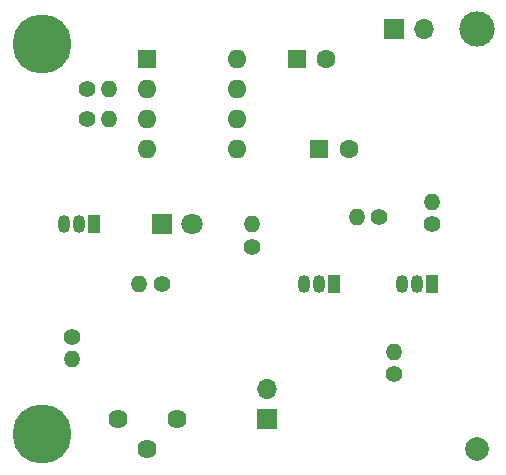
<source format=gbr>
%TF.GenerationSoftware,KiCad,Pcbnew,(5.1.9-0-10_14)*%
%TF.CreationDate,2021-04-03T15:31:47+02:00*%
%TF.ProjectId,full_circuit,66756c6c-5f63-4697-9263-7569742e6b69,rev?*%
%TF.SameCoordinates,Original*%
%TF.FileFunction,Soldermask,Bot*%
%TF.FilePolarity,Negative*%
%FSLAX46Y46*%
G04 Gerber Fmt 4.6, Leading zero omitted, Abs format (unit mm)*
G04 Created by KiCad (PCBNEW (5.1.9-0-10_14)) date 2021-04-03 15:31:47*
%MOMM*%
%LPD*%
G01*
G04 APERTURE LIST*
%ADD10R,1.600000X1.600000*%
%ADD11O,1.600000X1.600000*%
%ADD12O,1.400000X1.400000*%
%ADD13C,1.400000*%
%ADD14O,1.050000X1.500000*%
%ADD15R,1.050000X1.500000*%
%ADD16C,5.000000*%
%ADD17C,3.000000*%
%ADD18C,2.000000*%
%ADD19C,1.620000*%
%ADD20R,1.700000X1.700000*%
%ADD21O,1.700000X1.700000*%
%ADD22C,1.600000*%
%ADD23R,1.800000X1.800000*%
%ADD24C,1.800000*%
G04 APERTURE END LIST*
D10*
%TO.C,U2*%
X-134620000Y1094740000D03*
D11*
X-127000000Y1087120000D03*
X-134620000Y1092200000D03*
X-127000000Y1089660000D03*
X-134620000Y1089660000D03*
X-127000000Y1092200000D03*
X-134620000Y1087120000D03*
X-127000000Y1094740000D03*
%TD*%
D12*
%TO.C,R4*%
X-116835000Y1081405000D03*
D13*
X-114935000Y1081405000D03*
%TD*%
%TO.C,R5*%
X-110490000Y1080770000D03*
D12*
X-110490000Y1082670000D03*
%TD*%
D14*
%TO.C,Q1*%
X-120015000Y1075690000D03*
X-121285000Y1075690000D03*
D15*
X-118745000Y1075690000D03*
%TD*%
D16*
%TO.C,REF\u002A\u002A*%
X-143510000Y1062990000D03*
%TD*%
D17*
%TO.C,REF\u002A\u002A*%
X-106680000Y1097280000D03*
%TD*%
D18*
%TO.C,REF\u002A\u002A*%
X-106680000Y1061720000D03*
%TD*%
D16*
%TO.C,REF\u002A\u002A*%
X-143510000Y1096010000D03*
%TD*%
D15*
%TO.C,Q2*%
X-110490000Y1075690000D03*
D14*
X-113030000Y1075690000D03*
X-111760000Y1075690000D03*
%TD*%
%TO.C,Q3*%
X-140335000Y1080770000D03*
X-141605000Y1080770000D03*
D15*
X-139065000Y1080770000D03*
%TD*%
D12*
%TO.C,R1*%
X-140970000Y1069340000D03*
D13*
X-140970000Y1071240000D03*
%TD*%
%TO.C,R2*%
X-133350000Y1075690000D03*
D12*
X-135250000Y1075690000D03*
%TD*%
%TO.C,R3*%
X-137800000Y1092200000D03*
D13*
X-139700000Y1092200000D03*
%TD*%
%TO.C,R6*%
X-113665000Y1068070000D03*
D12*
X-113665000Y1069970000D03*
%TD*%
%TO.C,R7*%
X-137800000Y1089660000D03*
D13*
X-139700000Y1089660000D03*
%TD*%
%TO.C,R8*%
X-125730000Y1078865000D03*
D12*
X-125730000Y1080765000D03*
%TD*%
D19*
%TO.C,RV1*%
X-137080000Y1064260000D03*
X-134580000Y1061760000D03*
X-132080000Y1064260000D03*
%TD*%
D20*
%TO.C,BT1*%
X-113665000Y1097280000D03*
D21*
X-111125000Y1097280000D03*
%TD*%
%TO.C,PZ1*%
X-124460000Y1066800000D03*
D20*
X-124460000Y1064260000D03*
%TD*%
D10*
%TO.C,C1*%
X-120015000Y1087120000D03*
D22*
X-117515000Y1087120000D03*
%TD*%
%TO.C,C2*%
X-119420000Y1094740000D03*
D10*
X-121920000Y1094740000D03*
%TD*%
D23*
%TO.C,D1*%
X-133350000Y1080770000D03*
D24*
X-130810000Y1080770000D03*
%TD*%
M02*

</source>
